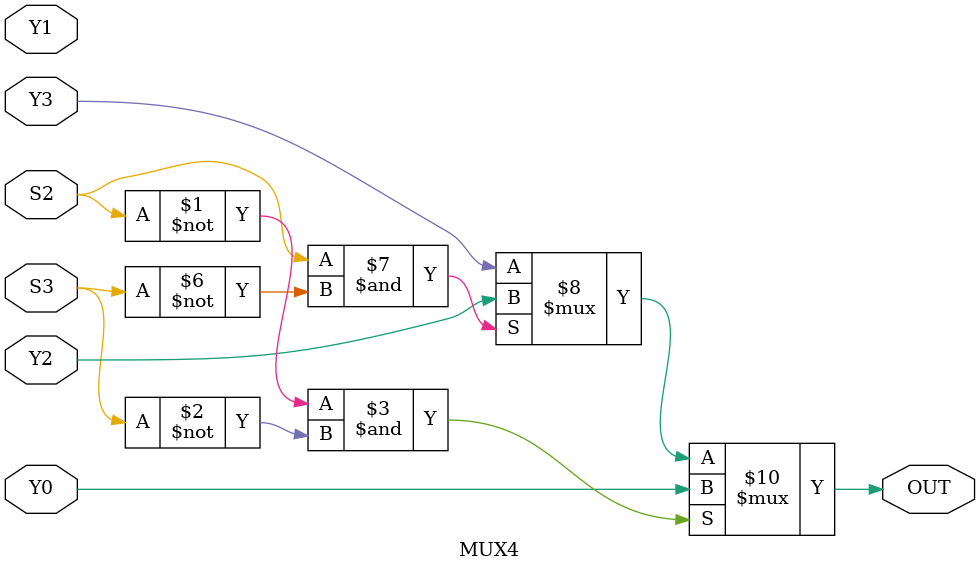
<source format=v>
module MUX4 (
    Y0,
    Y1,
    Y2,
    Y3,
    S2,
    S3,
    OUT
);
    input Y0, Y1, Y2, Y3;
    input S2, S3;
    output OUT;
    
    assign OUT = (~S2 & ~S3) ? Y0 :
                 (~S2 & S2) ? Y1 :
                 (S2 & ~S3) ? Y2 : Y3;
    
endmodule
</source>
